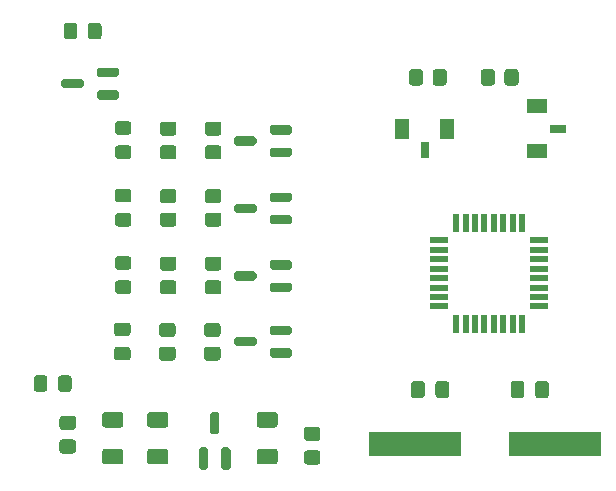
<source format=gtp>
G04 #@! TF.GenerationSoftware,KiCad,Pcbnew,8.0.9-8.0.9-0~ubuntu22.04.1*
G04 #@! TF.CreationDate,2025-03-10T17:04:53-04:00*
G04 #@! TF.ProjectId,sfx-202502,7366782d-3230-4323-9530-322e6b696361,rev?*
G04 #@! TF.SameCoordinates,Original*
G04 #@! TF.FileFunction,Paste,Top*
G04 #@! TF.FilePolarity,Positive*
%FSLAX46Y46*%
G04 Gerber Fmt 4.6, Leading zero omitted, Abs format (unit mm)*
G04 Created by KiCad (PCBNEW 8.0.9-8.0.9-0~ubuntu22.04.1) date 2025-03-10 17:04:53*
%MOMM*%
%LPD*%
G01*
G04 APERTURE LIST*
%ADD10R,1.600000X0.550000*%
%ADD11R,0.550000X1.600000*%
%ADD12R,1.200000X1.700000*%
%ADD13R,0.800000X1.400000*%
%ADD14R,1.700000X1.200000*%
%ADD15R,1.400000X0.800000*%
%ADD16R,7.875000X2.000000*%
G04 APERTURE END LIST*
G36*
G01*
X124899000Y-90983000D02*
X125799000Y-90983000D01*
G75*
G02*
X126049000Y-91233000I0J-250000D01*
G01*
X126049000Y-91933000D01*
G75*
G02*
X125799000Y-92183000I-250000J0D01*
G01*
X124899000Y-92183000D01*
G75*
G02*
X124649000Y-91933000I0J250000D01*
G01*
X124649000Y-91233000D01*
G75*
G02*
X124899000Y-90983000I250000J0D01*
G01*
G37*
G36*
G01*
X124899000Y-92983000D02*
X125799000Y-92983000D01*
G75*
G02*
X126049000Y-93233000I0J-250000D01*
G01*
X126049000Y-93933000D01*
G75*
G02*
X125799000Y-94183000I-250000J0D01*
G01*
X124899000Y-94183000D01*
G75*
G02*
X124649000Y-93933000I0J250000D01*
G01*
X124649000Y-93233000D01*
G75*
G02*
X124899000Y-92983000I250000J0D01*
G01*
G37*
G36*
G01*
X166090000Y-88298000D02*
X166090000Y-89248000D01*
G75*
G02*
X165840000Y-89498000I-250000J0D01*
G01*
X165165000Y-89498000D01*
G75*
G02*
X164915000Y-89248000I0J250000D01*
G01*
X164915000Y-88298000D01*
G75*
G02*
X165165000Y-88048000I250000J0D01*
G01*
X165840000Y-88048000D01*
G75*
G02*
X166090000Y-88298000I0J-250000D01*
G01*
G37*
G36*
G01*
X164015000Y-88298000D02*
X164015000Y-89248000D01*
G75*
G02*
X163765000Y-89498000I-250000J0D01*
G01*
X163090000Y-89498000D01*
G75*
G02*
X162840000Y-89248000I0J250000D01*
G01*
X162840000Y-88298000D01*
G75*
G02*
X163090000Y-88048000I250000J0D01*
G01*
X163765000Y-88048000D01*
G75*
G02*
X164015000Y-88298000I0J-250000D01*
G01*
G37*
G36*
G01*
X130498000Y-80680000D02*
X129598000Y-80680000D01*
G75*
G02*
X129348000Y-80430000I0J250000D01*
G01*
X129348000Y-79780000D01*
G75*
G02*
X129598000Y-79530000I250000J0D01*
G01*
X130498000Y-79530000D01*
G75*
G02*
X130748000Y-79780000I0J-250000D01*
G01*
X130748000Y-80430000D01*
G75*
G02*
X130498000Y-80680000I-250000J0D01*
G01*
G37*
G36*
G01*
X130498000Y-78630000D02*
X129598000Y-78630000D01*
G75*
G02*
X129348000Y-78380000I0J250000D01*
G01*
X129348000Y-77730000D01*
G75*
G02*
X129598000Y-77480000I250000J0D01*
G01*
X130498000Y-77480000D01*
G75*
G02*
X130748000Y-77730000I0J-250000D01*
G01*
X130748000Y-78380000D01*
G75*
G02*
X130498000Y-78630000I-250000J0D01*
G01*
G37*
G36*
G01*
X144333000Y-85459000D02*
X144333000Y-85859000D01*
G75*
G02*
X144133000Y-86059000I-200000J0D01*
G01*
X142633000Y-86059000D01*
G75*
G02*
X142433000Y-85859000I0J200000D01*
G01*
X142433000Y-85459000D01*
G75*
G02*
X142633000Y-85259000I200000J0D01*
G01*
X144133000Y-85259000D01*
G75*
G02*
X144333000Y-85459000I0J-200000D01*
G01*
G37*
G36*
G01*
X144333000Y-83559000D02*
X144333000Y-83959000D01*
G75*
G02*
X144133000Y-84159000I-200000J0D01*
G01*
X142633000Y-84159000D01*
G75*
G02*
X142433000Y-83959000I0J200000D01*
G01*
X142433000Y-83559000D01*
G75*
G02*
X142633000Y-83359000I200000J0D01*
G01*
X144133000Y-83359000D01*
G75*
G02*
X144333000Y-83559000I0J-200000D01*
G01*
G37*
G36*
G01*
X141333000Y-84509000D02*
X141333000Y-84909000D01*
G75*
G02*
X141133000Y-85109000I-200000J0D01*
G01*
X139633000Y-85109000D01*
G75*
G02*
X139433000Y-84909000I0J200000D01*
G01*
X139433000Y-84509000D01*
G75*
G02*
X139633000Y-84309000I200000J0D01*
G01*
X141133000Y-84309000D01*
G75*
G02*
X141333000Y-84509000I0J-200000D01*
G01*
G37*
G36*
G01*
X154405000Y-89248000D02*
X154405000Y-88298000D01*
G75*
G02*
X154655000Y-88048000I250000J0D01*
G01*
X155330000Y-88048000D01*
G75*
G02*
X155580000Y-88298000I0J-250000D01*
G01*
X155580000Y-89248000D01*
G75*
G02*
X155330000Y-89498000I-250000J0D01*
G01*
X154655000Y-89498000D01*
G75*
G02*
X154405000Y-89248000I0J250000D01*
G01*
G37*
G36*
G01*
X156480000Y-89248000D02*
X156480000Y-88298000D01*
G75*
G02*
X156730000Y-88048000I250000J0D01*
G01*
X157405000Y-88048000D01*
G75*
G02*
X157655000Y-88298000I0J-250000D01*
G01*
X157655000Y-89248000D01*
G75*
G02*
X157405000Y-89498000I-250000J0D01*
G01*
X156730000Y-89498000D01*
G75*
G02*
X156480000Y-89248000I0J250000D01*
G01*
G37*
G36*
G01*
X160325000Y-62785000D02*
X160325000Y-61885000D01*
G75*
G02*
X160575000Y-61635000I250000J0D01*
G01*
X161275000Y-61635000D01*
G75*
G02*
X161525000Y-61885000I0J-250000D01*
G01*
X161525000Y-62785000D01*
G75*
G02*
X161275000Y-63035000I-250000J0D01*
G01*
X160575000Y-63035000D01*
G75*
G02*
X160325000Y-62785000I0J250000D01*
G01*
G37*
G36*
G01*
X162325000Y-62785000D02*
X162325000Y-61885000D01*
G75*
G02*
X162575000Y-61635000I250000J0D01*
G01*
X163275000Y-61635000D01*
G75*
G02*
X163525000Y-61885000I0J-250000D01*
G01*
X163525000Y-62785000D01*
G75*
G02*
X163275000Y-63035000I-250000J0D01*
G01*
X162575000Y-63035000D01*
G75*
G02*
X162325000Y-62785000I0J250000D01*
G01*
G37*
G36*
G01*
X134308000Y-69275000D02*
X133408000Y-69275000D01*
G75*
G02*
X133158000Y-69025000I0J250000D01*
G01*
X133158000Y-68325000D01*
G75*
G02*
X133408000Y-68075000I250000J0D01*
G01*
X134308000Y-68075000D01*
G75*
G02*
X134558000Y-68325000I0J-250000D01*
G01*
X134558000Y-69025000D01*
G75*
G02*
X134308000Y-69275000I-250000J0D01*
G01*
G37*
G36*
G01*
X134308000Y-67275000D02*
X133408000Y-67275000D01*
G75*
G02*
X133158000Y-67025000I0J250000D01*
G01*
X133158000Y-66325000D01*
G75*
G02*
X133408000Y-66075000I250000J0D01*
G01*
X134308000Y-66075000D01*
G75*
G02*
X134558000Y-66325000I0J-250000D01*
G01*
X134558000Y-67025000D01*
G75*
G02*
X134308000Y-67275000I-250000J0D01*
G01*
G37*
G36*
G01*
X138118000Y-80705000D02*
X137218000Y-80705000D01*
G75*
G02*
X136968000Y-80455000I0J250000D01*
G01*
X136968000Y-79755000D01*
G75*
G02*
X137218000Y-79505000I250000J0D01*
G01*
X138118000Y-79505000D01*
G75*
G02*
X138368000Y-79755000I0J-250000D01*
G01*
X138368000Y-80455000D01*
G75*
G02*
X138118000Y-80705000I-250000J0D01*
G01*
G37*
G36*
G01*
X138118000Y-78705000D02*
X137218000Y-78705000D01*
G75*
G02*
X136968000Y-78455000I0J250000D01*
G01*
X136968000Y-77755000D01*
G75*
G02*
X137218000Y-77505000I250000J0D01*
G01*
X138118000Y-77505000D01*
G75*
G02*
X138368000Y-77755000I0J-250000D01*
G01*
X138368000Y-78455000D01*
G75*
G02*
X138118000Y-78705000I-250000J0D01*
G01*
G37*
G36*
G01*
X144333000Y-79905000D02*
X144333000Y-80305000D01*
G75*
G02*
X144133000Y-80505000I-200000J0D01*
G01*
X142633000Y-80505000D01*
G75*
G02*
X142433000Y-80305000I0J200000D01*
G01*
X142433000Y-79905000D01*
G75*
G02*
X142633000Y-79705000I200000J0D01*
G01*
X144133000Y-79705000D01*
G75*
G02*
X144333000Y-79905000I0J-200000D01*
G01*
G37*
G36*
G01*
X144333000Y-78005000D02*
X144333000Y-78405000D01*
G75*
G02*
X144133000Y-78605000I-200000J0D01*
G01*
X142633000Y-78605000D01*
G75*
G02*
X142433000Y-78405000I0J200000D01*
G01*
X142433000Y-78005000D01*
G75*
G02*
X142633000Y-77805000I200000J0D01*
G01*
X144133000Y-77805000D01*
G75*
G02*
X144333000Y-78005000I0J-200000D01*
G01*
G37*
G36*
G01*
X141333000Y-78955000D02*
X141333000Y-79355000D01*
G75*
G02*
X141133000Y-79555000I-200000J0D01*
G01*
X139633000Y-79555000D01*
G75*
G02*
X139433000Y-79355000I0J200000D01*
G01*
X139433000Y-78955000D01*
G75*
G02*
X139633000Y-78755000I200000J0D01*
G01*
X141133000Y-78755000D01*
G75*
G02*
X141333000Y-78955000I0J-200000D01*
G01*
G37*
G36*
G01*
X130419000Y-86300000D02*
X129519000Y-86300000D01*
G75*
G02*
X129269000Y-86050000I0J250000D01*
G01*
X129269000Y-85400000D01*
G75*
G02*
X129519000Y-85150000I250000J0D01*
G01*
X130419000Y-85150000D01*
G75*
G02*
X130669000Y-85400000I0J-250000D01*
G01*
X130669000Y-86050000D01*
G75*
G02*
X130419000Y-86300000I-250000J0D01*
G01*
G37*
G36*
G01*
X130419000Y-84250000D02*
X129519000Y-84250000D01*
G75*
G02*
X129269000Y-84000000I0J250000D01*
G01*
X129269000Y-83350000D01*
G75*
G02*
X129519000Y-83100000I250000J0D01*
G01*
X130419000Y-83100000D01*
G75*
G02*
X130669000Y-83350000I0J-250000D01*
G01*
X130669000Y-84000000D01*
G75*
G02*
X130419000Y-84250000I-250000J0D01*
G01*
G37*
G36*
G01*
X144333000Y-74190000D02*
X144333000Y-74590000D01*
G75*
G02*
X144133000Y-74790000I-200000J0D01*
G01*
X142633000Y-74790000D01*
G75*
G02*
X142433000Y-74590000I0J200000D01*
G01*
X142433000Y-74190000D01*
G75*
G02*
X142633000Y-73990000I200000J0D01*
G01*
X144133000Y-73990000D01*
G75*
G02*
X144333000Y-74190000I0J-200000D01*
G01*
G37*
G36*
G01*
X144333000Y-72290000D02*
X144333000Y-72690000D01*
G75*
G02*
X144133000Y-72890000I-200000J0D01*
G01*
X142633000Y-72890000D01*
G75*
G02*
X142433000Y-72690000I0J200000D01*
G01*
X142433000Y-72290000D01*
G75*
G02*
X142633000Y-72090000I200000J0D01*
G01*
X144133000Y-72090000D01*
G75*
G02*
X144333000Y-72290000I0J-200000D01*
G01*
G37*
G36*
G01*
X141333000Y-73240000D02*
X141333000Y-73640000D01*
G75*
G02*
X141133000Y-73840000I-200000J0D01*
G01*
X139633000Y-73840000D01*
G75*
G02*
X139433000Y-73640000I0J200000D01*
G01*
X139433000Y-73240000D01*
G75*
G02*
X139633000Y-73040000I200000J0D01*
G01*
X141133000Y-73040000D01*
G75*
G02*
X141333000Y-73240000I0J-200000D01*
G01*
G37*
G36*
G01*
X134229000Y-86325000D02*
X133329000Y-86325000D01*
G75*
G02*
X133079000Y-86075000I0J250000D01*
G01*
X133079000Y-85375000D01*
G75*
G02*
X133329000Y-85125000I250000J0D01*
G01*
X134229000Y-85125000D01*
G75*
G02*
X134479000Y-85375000I0J-250000D01*
G01*
X134479000Y-86075000D01*
G75*
G02*
X134229000Y-86325000I-250000J0D01*
G01*
G37*
G36*
G01*
X134229000Y-84325000D02*
X133329000Y-84325000D01*
G75*
G02*
X133079000Y-84075000I0J250000D01*
G01*
X133079000Y-83375000D01*
G75*
G02*
X133329000Y-83125000I250000J0D01*
G01*
X134229000Y-83125000D01*
G75*
G02*
X134479000Y-83375000I0J-250000D01*
G01*
X134479000Y-84075000D01*
G75*
G02*
X134229000Y-84325000I-250000J0D01*
G01*
G37*
G36*
G01*
X128509000Y-90660000D02*
X129809000Y-90660000D01*
G75*
G02*
X130059000Y-90910000I0J-250000D01*
G01*
X130059000Y-91735000D01*
G75*
G02*
X129809000Y-91985000I-250000J0D01*
G01*
X128509000Y-91985000D01*
G75*
G02*
X128259000Y-91735000I0J250000D01*
G01*
X128259000Y-90910000D01*
G75*
G02*
X128509000Y-90660000I250000J0D01*
G01*
G37*
G36*
G01*
X128509000Y-93785000D02*
X129809000Y-93785000D01*
G75*
G02*
X130059000Y-94035000I0J-250000D01*
G01*
X130059000Y-94860000D01*
G75*
G02*
X129809000Y-95110000I-250000J0D01*
G01*
X128509000Y-95110000D01*
G75*
G02*
X128259000Y-94860000I0J250000D01*
G01*
X128259000Y-94035000D01*
G75*
G02*
X128509000Y-93785000I250000J0D01*
G01*
G37*
G36*
G01*
X144333000Y-68475000D02*
X144333000Y-68875000D01*
G75*
G02*
X144133000Y-69075000I-200000J0D01*
G01*
X142633000Y-69075000D01*
G75*
G02*
X142433000Y-68875000I0J200000D01*
G01*
X142433000Y-68475000D01*
G75*
G02*
X142633000Y-68275000I200000J0D01*
G01*
X144133000Y-68275000D01*
G75*
G02*
X144333000Y-68475000I0J-200000D01*
G01*
G37*
G36*
G01*
X144333000Y-66575000D02*
X144333000Y-66975000D01*
G75*
G02*
X144133000Y-67175000I-200000J0D01*
G01*
X142633000Y-67175000D01*
G75*
G02*
X142433000Y-66975000I0J200000D01*
G01*
X142433000Y-66575000D01*
G75*
G02*
X142633000Y-66375000I200000J0D01*
G01*
X144133000Y-66375000D01*
G75*
G02*
X144333000Y-66575000I0J-200000D01*
G01*
G37*
G36*
G01*
X141333000Y-67525000D02*
X141333000Y-67925000D01*
G75*
G02*
X141133000Y-68125000I-200000J0D01*
G01*
X139633000Y-68125000D01*
G75*
G02*
X139433000Y-67925000I0J200000D01*
G01*
X139433000Y-67525000D01*
G75*
G02*
X139633000Y-67325000I200000J0D01*
G01*
X141133000Y-67325000D01*
G75*
G02*
X141333000Y-67525000I0J-200000D01*
G01*
G37*
D10*
X156780000Y-76135000D03*
X156780000Y-76935000D03*
X156780000Y-77735000D03*
X156780000Y-78535000D03*
X156780000Y-79335000D03*
X156780000Y-80135000D03*
X156780000Y-80935000D03*
X156780000Y-81735000D03*
D11*
X158230000Y-83185000D03*
X159030000Y-83185000D03*
X159830000Y-83185000D03*
X160630000Y-83185000D03*
X161430000Y-83185000D03*
X162230000Y-83185000D03*
X163030000Y-83185000D03*
X163830000Y-83185000D03*
D10*
X165280000Y-81735000D03*
X165280000Y-80935000D03*
X165280000Y-80135000D03*
X165280000Y-79335000D03*
X165280000Y-78535000D03*
X165280000Y-77735000D03*
X165280000Y-76935000D03*
X165280000Y-76135000D03*
D11*
X163830000Y-74685000D03*
X163030000Y-74685000D03*
X162230000Y-74685000D03*
X161430000Y-74685000D03*
X160630000Y-74685000D03*
X159830000Y-74685000D03*
X159030000Y-74685000D03*
X158230000Y-74685000D03*
G36*
G01*
X137045000Y-95565000D02*
X136645000Y-95565000D01*
G75*
G02*
X136445000Y-95365000I0J200000D01*
G01*
X136445000Y-93865000D01*
G75*
G02*
X136645000Y-93665000I200000J0D01*
G01*
X137045000Y-93665000D01*
G75*
G02*
X137245000Y-93865000I0J-200000D01*
G01*
X137245000Y-95365000D01*
G75*
G02*
X137045000Y-95565000I-200000J0D01*
G01*
G37*
G36*
G01*
X138945000Y-95565000D02*
X138545000Y-95565000D01*
G75*
G02*
X138345000Y-95365000I0J200000D01*
G01*
X138345000Y-93865000D01*
G75*
G02*
X138545000Y-93665000I200000J0D01*
G01*
X138945000Y-93665000D01*
G75*
G02*
X139145000Y-93865000I0J-200000D01*
G01*
X139145000Y-95365000D01*
G75*
G02*
X138945000Y-95565000I-200000J0D01*
G01*
G37*
G36*
G01*
X137995000Y-92565000D02*
X137595000Y-92565000D01*
G75*
G02*
X137395000Y-92365000I0J200000D01*
G01*
X137395000Y-90865000D01*
G75*
G02*
X137595000Y-90665000I200000J0D01*
G01*
X137995000Y-90665000D01*
G75*
G02*
X138195000Y-90865000I0J-200000D01*
G01*
X138195000Y-92365000D01*
G75*
G02*
X137995000Y-92565000I-200000J0D01*
G01*
G37*
G36*
G01*
X138118000Y-74990000D02*
X137218000Y-74990000D01*
G75*
G02*
X136968000Y-74740000I0J250000D01*
G01*
X136968000Y-74040000D01*
G75*
G02*
X137218000Y-73790000I250000J0D01*
G01*
X138118000Y-73790000D01*
G75*
G02*
X138368000Y-74040000I0J-250000D01*
G01*
X138368000Y-74740000D01*
G75*
G02*
X138118000Y-74990000I-250000J0D01*
G01*
G37*
G36*
G01*
X138118000Y-72990000D02*
X137218000Y-72990000D01*
G75*
G02*
X136968000Y-72740000I0J250000D01*
G01*
X136968000Y-72040000D01*
G75*
G02*
X137218000Y-71790000I250000J0D01*
G01*
X138118000Y-71790000D01*
G75*
G02*
X138368000Y-72040000I0J-250000D01*
G01*
X138368000Y-72740000D01*
G75*
G02*
X138118000Y-72990000I-250000J0D01*
G01*
G37*
D12*
X157475000Y-66675000D03*
X153675000Y-66675000D03*
D13*
X155575000Y-68475000D03*
G36*
G01*
X138118000Y-69275000D02*
X137218000Y-69275000D01*
G75*
G02*
X136968000Y-69025000I0J250000D01*
G01*
X136968000Y-68325000D01*
G75*
G02*
X137218000Y-68075000I250000J0D01*
G01*
X138118000Y-68075000D01*
G75*
G02*
X138368000Y-68325000I0J-250000D01*
G01*
X138368000Y-69025000D01*
G75*
G02*
X138118000Y-69275000I-250000J0D01*
G01*
G37*
G36*
G01*
X138118000Y-67275000D02*
X137218000Y-67275000D01*
G75*
G02*
X136968000Y-67025000I0J250000D01*
G01*
X136968000Y-66325000D01*
G75*
G02*
X137218000Y-66075000I250000J0D01*
G01*
X138118000Y-66075000D01*
G75*
G02*
X138368000Y-66325000I0J-250000D01*
G01*
X138368000Y-67025000D01*
G75*
G02*
X138118000Y-67275000I-250000J0D01*
G01*
G37*
G36*
G01*
X132319000Y-90660000D02*
X133619000Y-90660000D01*
G75*
G02*
X133869000Y-90910000I0J-250000D01*
G01*
X133869000Y-91735000D01*
G75*
G02*
X133619000Y-91985000I-250000J0D01*
G01*
X132319000Y-91985000D01*
G75*
G02*
X132069000Y-91735000I0J250000D01*
G01*
X132069000Y-90910000D01*
G75*
G02*
X132319000Y-90660000I250000J0D01*
G01*
G37*
G36*
G01*
X132319000Y-93785000D02*
X133619000Y-93785000D01*
G75*
G02*
X133869000Y-94035000I0J-250000D01*
G01*
X133869000Y-94860000D01*
G75*
G02*
X133619000Y-95110000I-250000J0D01*
G01*
X132319000Y-95110000D01*
G75*
G02*
X132069000Y-94860000I0J250000D01*
G01*
X132069000Y-94035000D01*
G75*
G02*
X132319000Y-93785000I250000J0D01*
G01*
G37*
G36*
G01*
X142890000Y-95110000D02*
X141590000Y-95110000D01*
G75*
G02*
X141340000Y-94860000I0J250000D01*
G01*
X141340000Y-94035000D01*
G75*
G02*
X141590000Y-93785000I250000J0D01*
G01*
X142890000Y-93785000D01*
G75*
G02*
X143140000Y-94035000I0J-250000D01*
G01*
X143140000Y-94860000D01*
G75*
G02*
X142890000Y-95110000I-250000J0D01*
G01*
G37*
G36*
G01*
X142890000Y-91985000D02*
X141590000Y-91985000D01*
G75*
G02*
X141340000Y-91735000I0J250000D01*
G01*
X141340000Y-90910000D01*
G75*
G02*
X141590000Y-90660000I250000J0D01*
G01*
X142890000Y-90660000D01*
G75*
G02*
X143140000Y-90910000I0J-250000D01*
G01*
X143140000Y-91735000D01*
G75*
G02*
X142890000Y-91985000I-250000J0D01*
G01*
G37*
G36*
G01*
X130498000Y-74965000D02*
X129598000Y-74965000D01*
G75*
G02*
X129348000Y-74715000I0J250000D01*
G01*
X129348000Y-74065000D01*
G75*
G02*
X129598000Y-73815000I250000J0D01*
G01*
X130498000Y-73815000D01*
G75*
G02*
X130748000Y-74065000I0J-250000D01*
G01*
X130748000Y-74715000D01*
G75*
G02*
X130498000Y-74965000I-250000J0D01*
G01*
G37*
G36*
G01*
X130498000Y-72915000D02*
X129598000Y-72915000D01*
G75*
G02*
X129348000Y-72665000I0J250000D01*
G01*
X129348000Y-72015000D01*
G75*
G02*
X129598000Y-71765000I250000J0D01*
G01*
X130498000Y-71765000D01*
G75*
G02*
X130748000Y-72015000I0J-250000D01*
G01*
X130748000Y-72665000D01*
G75*
G02*
X130498000Y-72915000I-250000J0D01*
G01*
G37*
G36*
G01*
X125679000Y-87815000D02*
X125679000Y-88715000D01*
G75*
G02*
X125429000Y-88965000I-250000J0D01*
G01*
X124779000Y-88965000D01*
G75*
G02*
X124529000Y-88715000I0J250000D01*
G01*
X124529000Y-87815000D01*
G75*
G02*
X124779000Y-87565000I250000J0D01*
G01*
X125429000Y-87565000D01*
G75*
G02*
X125679000Y-87815000I0J-250000D01*
G01*
G37*
G36*
G01*
X123629000Y-87815000D02*
X123629000Y-88715000D01*
G75*
G02*
X123379000Y-88965000I-250000J0D01*
G01*
X122729000Y-88965000D01*
G75*
G02*
X122479000Y-88715000I0J250000D01*
G01*
X122479000Y-87815000D01*
G75*
G02*
X122729000Y-87565000I250000J0D01*
G01*
X123379000Y-87565000D01*
G75*
G02*
X123629000Y-87815000I0J-250000D01*
G01*
G37*
G36*
G01*
X157440000Y-61885000D02*
X157440000Y-62785000D01*
G75*
G02*
X157190000Y-63035000I-250000J0D01*
G01*
X156490000Y-63035000D01*
G75*
G02*
X156240000Y-62785000I0J250000D01*
G01*
X156240000Y-61885000D01*
G75*
G02*
X156490000Y-61635000I250000J0D01*
G01*
X157190000Y-61635000D01*
G75*
G02*
X157440000Y-61885000I0J-250000D01*
G01*
G37*
G36*
G01*
X155440000Y-61885000D02*
X155440000Y-62785000D01*
G75*
G02*
X155190000Y-63035000I-250000J0D01*
G01*
X154490000Y-63035000D01*
G75*
G02*
X154240000Y-62785000I0J250000D01*
G01*
X154240000Y-61885000D01*
G75*
G02*
X154490000Y-61635000I250000J0D01*
G01*
X155190000Y-61635000D01*
G75*
G02*
X155440000Y-61885000I0J-250000D01*
G01*
G37*
G36*
G01*
X134308000Y-80705000D02*
X133408000Y-80705000D01*
G75*
G02*
X133158000Y-80455000I0J250000D01*
G01*
X133158000Y-79755000D01*
G75*
G02*
X133408000Y-79505000I250000J0D01*
G01*
X134308000Y-79505000D01*
G75*
G02*
X134558000Y-79755000I0J-250000D01*
G01*
X134558000Y-80455000D01*
G75*
G02*
X134308000Y-80705000I-250000J0D01*
G01*
G37*
G36*
G01*
X134308000Y-78705000D02*
X133408000Y-78705000D01*
G75*
G02*
X133158000Y-78455000I0J250000D01*
G01*
X133158000Y-77755000D01*
G75*
G02*
X133408000Y-77505000I250000J0D01*
G01*
X134308000Y-77505000D01*
G75*
G02*
X134558000Y-77755000I0J-250000D01*
G01*
X134558000Y-78455000D01*
G75*
G02*
X134308000Y-78705000I-250000J0D01*
G01*
G37*
D14*
X165100000Y-64775000D03*
X165100000Y-68575000D03*
D15*
X166900000Y-66675000D03*
G36*
G01*
X130498000Y-69250000D02*
X129598000Y-69250000D01*
G75*
G02*
X129348000Y-69000000I0J250000D01*
G01*
X129348000Y-68350000D01*
G75*
G02*
X129598000Y-68100000I250000J0D01*
G01*
X130498000Y-68100000D01*
G75*
G02*
X130748000Y-68350000I0J-250000D01*
G01*
X130748000Y-69000000D01*
G75*
G02*
X130498000Y-69250000I-250000J0D01*
G01*
G37*
G36*
G01*
X130498000Y-67200000D02*
X129598000Y-67200000D01*
G75*
G02*
X129348000Y-66950000I0J250000D01*
G01*
X129348000Y-66300000D01*
G75*
G02*
X129598000Y-66050000I250000J0D01*
G01*
X130498000Y-66050000D01*
G75*
G02*
X130748000Y-66300000I0J-250000D01*
G01*
X130748000Y-66950000D01*
G75*
G02*
X130498000Y-67200000I-250000J0D01*
G01*
G37*
D16*
X154717500Y-93345000D03*
X166592500Y-93345000D03*
G36*
G01*
X129695000Y-63615000D02*
X129695000Y-64015000D01*
G75*
G02*
X129495000Y-64215000I-200000J0D01*
G01*
X127995000Y-64215000D01*
G75*
G02*
X127795000Y-64015000I0J200000D01*
G01*
X127795000Y-63615000D01*
G75*
G02*
X127995000Y-63415000I200000J0D01*
G01*
X129495000Y-63415000D01*
G75*
G02*
X129695000Y-63615000I0J-200000D01*
G01*
G37*
G36*
G01*
X129695000Y-61715000D02*
X129695000Y-62115000D01*
G75*
G02*
X129495000Y-62315000I-200000J0D01*
G01*
X127995000Y-62315000D01*
G75*
G02*
X127795000Y-62115000I0J200000D01*
G01*
X127795000Y-61715000D01*
G75*
G02*
X127995000Y-61515000I200000J0D01*
G01*
X129495000Y-61515000D01*
G75*
G02*
X129695000Y-61715000I0J-200000D01*
G01*
G37*
G36*
G01*
X126695000Y-62665000D02*
X126695000Y-63065000D01*
G75*
G02*
X126495000Y-63265000I-200000J0D01*
G01*
X124995000Y-63265000D01*
G75*
G02*
X124795000Y-63065000I0J200000D01*
G01*
X124795000Y-62665000D01*
G75*
G02*
X124995000Y-62465000I200000J0D01*
G01*
X126495000Y-62465000D01*
G75*
G02*
X126695000Y-62665000I0J-200000D01*
G01*
G37*
G36*
G01*
X134308000Y-74990000D02*
X133408000Y-74990000D01*
G75*
G02*
X133158000Y-74740000I0J250000D01*
G01*
X133158000Y-74040000D01*
G75*
G02*
X133408000Y-73790000I250000J0D01*
G01*
X134308000Y-73790000D01*
G75*
G02*
X134558000Y-74040000I0J-250000D01*
G01*
X134558000Y-74740000D01*
G75*
G02*
X134308000Y-74990000I-250000J0D01*
G01*
G37*
G36*
G01*
X134308000Y-72990000D02*
X133408000Y-72990000D01*
G75*
G02*
X133158000Y-72740000I0J250000D01*
G01*
X133158000Y-72040000D01*
G75*
G02*
X133408000Y-71790000I250000J0D01*
G01*
X134308000Y-71790000D01*
G75*
G02*
X134558000Y-72040000I0J-250000D01*
G01*
X134558000Y-72740000D01*
G75*
G02*
X134308000Y-72990000I-250000J0D01*
G01*
G37*
G36*
G01*
X138039000Y-86325000D02*
X137139000Y-86325000D01*
G75*
G02*
X136889000Y-86075000I0J250000D01*
G01*
X136889000Y-85375000D01*
G75*
G02*
X137139000Y-85125000I250000J0D01*
G01*
X138039000Y-85125000D01*
G75*
G02*
X138289000Y-85375000I0J-250000D01*
G01*
X138289000Y-86075000D01*
G75*
G02*
X138039000Y-86325000I-250000J0D01*
G01*
G37*
G36*
G01*
X138039000Y-84325000D02*
X137139000Y-84325000D01*
G75*
G02*
X136889000Y-84075000I0J250000D01*
G01*
X136889000Y-83375000D01*
G75*
G02*
X137139000Y-83125000I250000J0D01*
G01*
X138039000Y-83125000D01*
G75*
G02*
X138289000Y-83375000I0J-250000D01*
G01*
X138289000Y-84075000D01*
G75*
G02*
X138039000Y-84325000I-250000J0D01*
G01*
G37*
G36*
G01*
X146500000Y-95120000D02*
X145600000Y-95120000D01*
G75*
G02*
X145350000Y-94870000I0J250000D01*
G01*
X145350000Y-94170000D01*
G75*
G02*
X145600000Y-93920000I250000J0D01*
G01*
X146500000Y-93920000D01*
G75*
G02*
X146750000Y-94170000I0J-250000D01*
G01*
X146750000Y-94870000D01*
G75*
G02*
X146500000Y-95120000I-250000J0D01*
G01*
G37*
G36*
G01*
X146500000Y-93120000D02*
X145600000Y-93120000D01*
G75*
G02*
X145350000Y-92870000I0J250000D01*
G01*
X145350000Y-92170000D01*
G75*
G02*
X145600000Y-91920000I250000J0D01*
G01*
X146500000Y-91920000D01*
G75*
G02*
X146750000Y-92170000I0J-250000D01*
G01*
X146750000Y-92870000D01*
G75*
G02*
X146500000Y-93120000I-250000J0D01*
G01*
G37*
G36*
G01*
X128210000Y-57970000D02*
X128210000Y-58870000D01*
G75*
G02*
X127960000Y-59120000I-250000J0D01*
G01*
X127310000Y-59120000D01*
G75*
G02*
X127060000Y-58870000I0J250000D01*
G01*
X127060000Y-57970000D01*
G75*
G02*
X127310000Y-57720000I250000J0D01*
G01*
X127960000Y-57720000D01*
G75*
G02*
X128210000Y-57970000I0J-250000D01*
G01*
G37*
G36*
G01*
X126160000Y-57970000D02*
X126160000Y-58870000D01*
G75*
G02*
X125910000Y-59120000I-250000J0D01*
G01*
X125260000Y-59120000D01*
G75*
G02*
X125010000Y-58870000I0J250000D01*
G01*
X125010000Y-57970000D01*
G75*
G02*
X125260000Y-57720000I250000J0D01*
G01*
X125910000Y-57720000D01*
G75*
G02*
X126160000Y-57970000I0J-250000D01*
G01*
G37*
M02*

</source>
